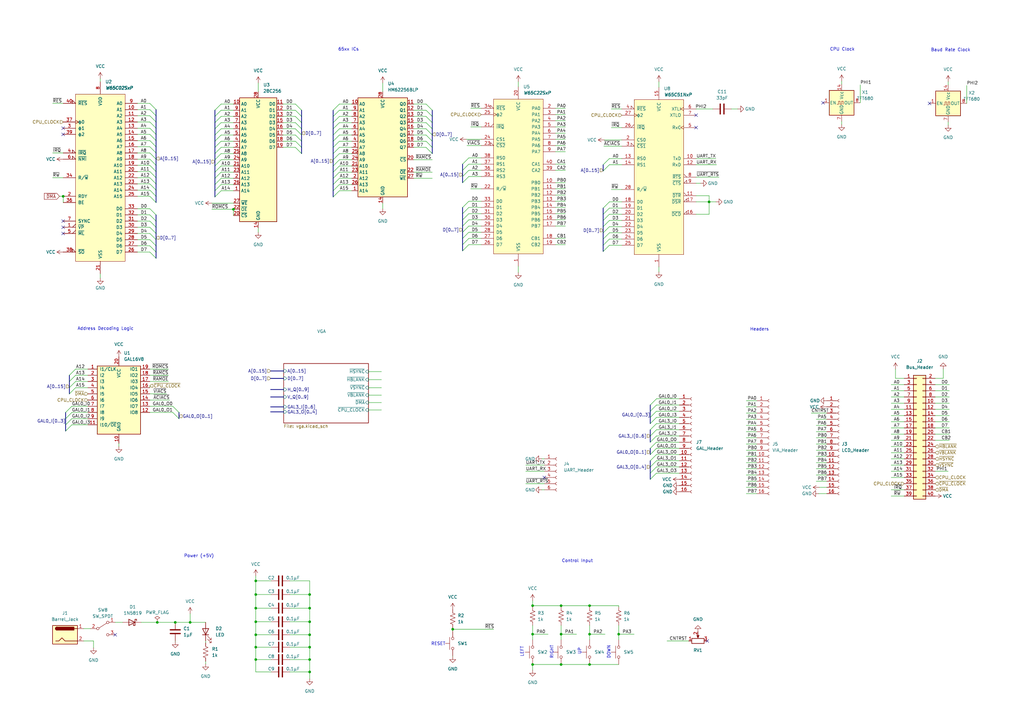
<source format=kicad_sch>
(kicad_sch (version 20211123) (generator eeschema)
  (paper "A3")
  (title_block (title "6502 Prototype") (date "9/3/2022") (rev "1.1") (company "Korey Bliss") (comment 1 "https://github.com/kblissExternal/6502"))
  (junction (at 230.124 272.542))
  (junction (at 241.808 272.542))
  (junction (at 241.808 248.412))
  (junction (at 104.902 255.016))
  (junction (at 185.674 258.064))
  (junction (at 104.902 260.35))
  (junction (at 218.44 272.542))
  (junction (at 127 265.43))
  (junction (at 127 260.35))
  (junction (at 127 255.016))
  (junction (at 127 249.428))
  (junction (at 104.902 238.252))
  (junction (at 104.902 265.43))
  (junction (at 77.978 255.27))
  (junction (at 230.124 260.096))
  (junction (at 241.808 260.096))
  (junction (at 230.124 248.412))
  (junction (at 104.902 243.84))
  (junction (at 218.44 248.412))
  (junction (at 127 243.84))
  (junction (at 71.882 255.27))
  (junction (at 127 275.59))
  (junction (at 95.758 85.852))
  (junction (at 64.516 255.27))
  (junction (at 253.746 260.096))
  (junction (at 290.83 82.804))
  (junction (at 127 270.51))
  (junction (at 104.902 270.51))
  (junction (at 25.908 80.518))
  (junction (at 104.902 249.428))
  (junction (at 218.44 260.096))
  (no_connect (at 285.496 47.244))
  (no_connect (at 223.266 195.834))
  (no_connect (at 47.244 260.35))
  (no_connect (at 381.254 42.418))
  (no_connect (at 25.908 52.578))
  (no_connect (at 25.908 55.118))
  (no_connect (at 285.496 52.324))
  (no_connect (at 290.068 262.89))
  (no_connect (at 25.908 93.218))
  (no_connect (at 25.908 90.678))
  (no_connect (at 25.908 95.758))
  (no_connect (at 337.566 42.164))
  (bus_entry (at 269.24 191.516) (size -2.54 2.54))
  (bus_entry (at 61.468 52.578) (size 2.54 2.54))
  (bus_entry (at 90.678 73.152) (size -2.54 2.54))
  (bus_entry (at 139.192 47.752) (size -2.54 2.54))
  (bus_entry (at 174.752 45.212) (size 2.54 2.54))
  (bus_entry (at 90.678 55.372) (size -2.54 2.54))
  (bus_entry (at 61.468 70.358) (size 2.54 2.54))
  (bus_entry (at 61.468 88.138) (size 2.54 2.54))
  (bus_entry (at 90.678 68.072) (size -2.54 2.54))
  (bus_entry (at 121.158 60.452) (size 2.54 2.54))
  (bus_entry (at 29.464 169.164) (size -2.54 2.54))
  (bus_entry (at 249.936 85.344) (size -2.54 2.54))
  (bus_entry (at 139.192 70.612) (size -2.54 2.54))
  (bus_entry (at 192.278 67.31) (size -2.54 2.54))
  (bus_entry (at 121.158 45.212) (size 2.54 2.54))
  (bus_entry (at 269.24 188.976) (size -2.54 2.54))
  (bus_entry (at 139.192 60.452) (size -2.54 2.54))
  (bus_entry (at 139.192 78.232) (size -2.54 2.54))
  (bus_entry (at 61.468 80.518) (size 2.54 2.54))
  (bus_entry (at 174.752 57.912) (size 2.54 2.54))
  (bus_entry (at 70.866 166.624) (size 2.54 2.54))
  (bus_entry (at 90.678 65.532) (size -2.54 2.54))
  (bus_entry (at 61.468 44.958) (size 2.54 2.54))
  (bus_entry (at 139.192 55.372) (size -2.54 2.54))
  (bus_entry (at 249.936 98.044) (size -2.54 2.54))
  (bus_entry (at 30.988 153.924) (size -2.54 2.54))
  (bus_entry (at 174.752 50.292) (size 2.54 2.54))
  (bus_entry (at 61.468 75.438) (size 2.54 2.54))
  (bus_entry (at 90.678 47.752) (size -2.54 2.54))
  (bus_entry (at 174.752 47.752) (size 2.54 2.54))
  (bus_entry (at 192.278 100.33) (size -2.54 2.54))
  (bus_entry (at 61.468 95.758) (size 2.54 2.54))
  (bus_entry (at 90.678 42.672) (size -2.54 2.54))
  (bus_entry (at 249.936 82.804) (size -2.54 2.54))
  (bus_entry (at 61.468 93.218) (size 2.54 2.54))
  (bus_entry (at 61.468 67.818) (size 2.54 2.54))
  (bus_entry (at 29.464 166.624) (size -2.54 2.54))
  (bus_entry (at 192.278 92.71) (size -2.54 2.54))
  (bus_entry (at 139.192 45.212) (size -2.54 2.54))
  (bus_entry (at 192.278 69.85) (size -2.54 2.54))
  (bus_entry (at 192.278 64.77) (size -2.54 2.54))
  (bus_entry (at 139.192 52.832) (size -2.54 2.54))
  (bus_entry (at 61.468 42.418) (size 2.54 2.54))
  (bus_entry (at 139.192 65.532) (size -2.54 2.54))
  (bus_entry (at 90.678 62.992) (size -2.54 2.54))
  (bus_entry (at 269.24 168.656) (size -2.54 2.54))
  (bus_entry (at 61.468 62.738) (size 2.54 2.54))
  (bus_entry (at 29.464 174.244) (size -2.54 2.54))
  (bus_entry (at 139.192 75.692) (size -2.54 2.54))
  (bus_entry (at 269.24 171.196) (size -2.54 2.54))
  (bus_entry (at 90.678 75.692) (size -2.54 2.54))
  (bus_entry (at 70.866 169.164) (size 2.54 2.54))
  (bus_entry (at 139.192 62.992) (size -2.54 2.54))
  (bus_entry (at 192.278 95.25) (size -2.54 2.54))
  (bus_entry (at 90.678 45.212) (size -2.54 2.54))
  (bus_entry (at 61.468 100.838) (size 2.54 2.54))
  (bus_entry (at 139.192 73.152) (size -2.54 2.54))
  (bus_entry (at 61.468 57.658) (size 2.54 2.54))
  (bus_entry (at 269.24 181.356) (size -2.54 2.54))
  (bus_entry (at 139.192 57.912) (size -2.54 2.54))
  (bus_entry (at 30.988 156.464) (size -2.54 2.54))
  (bus_entry (at 269.24 166.116) (size -2.54 2.54))
  (bus_entry (at 249.936 92.964) (size -2.54 2.54))
  (bus_entry (at 61.468 50.038) (size 2.54 2.54))
  (bus_entry (at 249.936 90.424) (size -2.54 2.54))
  (bus_entry (at 121.158 55.372) (size 2.54 2.54))
  (bus_entry (at 61.468 85.598) (size 2.54 2.54))
  (bus_entry (at 192.278 72.39) (size -2.54 2.54))
  (bus_entry (at 30.988 159.004) (size -2.54 2.54))
  (bus_entry (at 249.936 67.564) (size -2.54 2.54))
  (bus_entry (at 90.678 52.832) (size -2.54 2.54))
  (bus_entry (at 121.158 47.752) (size 2.54 2.54))
  (bus_entry (at 174.752 60.452) (size 2.54 2.54))
  (bus_entry (at 121.158 57.912) (size 2.54 2.54))
  (bus_entry (at 249.936 100.584) (size -2.54 2.54))
  (bus_entry (at 61.468 90.678) (size 2.54 2.54))
  (bus_entry (at 192.278 90.17) (size -2.54 2.54))
  (bus_entry (at 121.158 42.672) (size 2.54 2.54))
  (bus_entry (at 139.192 50.292) (size -2.54 2.54))
  (bus_entry (at 61.468 60.198) (size 2.54 2.54))
  (bus_entry (at 139.192 42.672) (size -2.54 2.54))
  (bus_entry (at 174.752 52.832) (size 2.54 2.54))
  (bus_entry (at 61.468 65.278) (size 2.54 2.54))
  (bus_entry (at 269.24 163.576) (size -2.54 2.54))
  (bus_entry (at 139.192 68.072) (size -2.54 2.54))
  (bus_entry (at 61.468 98.298) (size 2.54 2.54))
  (bus_entry (at 269.24 173.736) (size -2.54 2.54))
  (bus_entry (at 121.158 52.832) (size 2.54 2.54))
  (bus_entry (at 174.752 55.372) (size 2.54 2.54))
  (bus_entry (at 174.752 42.672) (size 2.54 2.54))
  (bus_entry (at 90.678 57.912) (size -2.54 2.54))
  (bus_entry (at 269.24 183.896) (size -2.54 2.54))
  (bus_entry (at 90.678 70.612) (size -2.54 2.54))
  (bus_entry (at 192.278 85.09) (size -2.54 2.54))
  (bus_entry (at 249.936 87.884) (size -2.54 2.54))
  (bus_entry (at 61.468 55.118) (size 2.54 2.54))
  (bus_entry (at 29.464 171.704) (size -2.54 2.54))
  (bus_entry (at 121.158 50.292) (size 2.54 2.54))
  (bus_entry (at 90.678 50.292) (size -2.54 2.54))
  (bus_entry (at 249.936 95.504) (size -2.54 2.54))
  (bus_entry (at 269.24 194.056) (size -2.54 2.54))
  (bus_entry (at 61.468 77.978) (size 2.54 2.54))
  (bus_entry (at 90.678 60.452) (size -2.54 2.54))
  (bus_entry (at 192.278 82.55) (size -2.54 2.54))
  (bus_entry (at 192.278 97.79) (size -2.54 2.54))
  (bus_entry (at 61.468 103.378) (size 2.54 2.54))
  (bus_entry (at 61.468 47.498) (size 2.54 2.54))
  (bus_entry (at 269.24 178.816) (size -2.54 2.54))
  (bus_entry (at 249.936 65.024) (size -2.54 2.54))
  (bus_entry (at 269.24 186.436) (size -2.54 2.54))
  (bus_entry (at 90.678 78.232) (size -2.54 2.54))
  (bus_entry (at 61.468 72.898) (size 2.54 2.54))
  (bus_entry (at 192.278 87.63) (size -2.54 2.54))
  (bus_entry (at 30.988 151.384) (size -2.54 2.54))
  (bus_entry (at 269.24 176.276) (size -2.54 2.54))
  (wire (pts (xy 365.506 200.914) (xy 370.84 200.914)))
  (wire (pts (xy 56.388 62.738) (xy 61.468 62.738)))
  (wire (pts (xy 111.252 265.43) (xy 104.902 265.43)))
  (wire (pts (xy 95.758 65.532) (xy 90.678 65.532)))
  (wire (pts (xy 306.07 171.958) (xy 310.388 171.958)))
  (wire (pts (xy 71.882 262.89) (xy 71.882 263.144)))
  (wire (pts (xy 396.494 35.052) (xy 396.494 42.418)))
  (wire (pts (xy 169.672 57.912) (xy 174.752 57.912)))
  (bus (pts (xy 136.652 47.752) (xy 136.652 50.292)))
  (wire (pts (xy 365.506 178.054) (xy 370.84 178.054)))
  (bus (pts (xy 189.738 92.71) (xy 189.738 95.25)))
  (wire (pts (xy 169.672 52.832) (xy 174.752 52.832)))
  (bus (pts (xy 247.396 92.964) (xy 247.396 95.504)))
  (wire (pts (xy 306.07 174.498) (xy 310.388 174.498)))
  (bus (pts (xy 88.138 55.372) (xy 88.138 57.912)))
  (wire (pts (xy 215.646 190.754) (xy 223.266 190.754)))
  (wire (pts (xy 104.902 260.35) (xy 104.902 265.43)))
  (wire (pts (xy 278.638 186.436) (xy 269.24 186.436)))
  (bus (pts (xy 110.998 152.146) (xy 116.332 152.146)))
  (bus (pts (xy 189.738 95.25) (xy 189.738 97.79)))
  (wire (pts (xy 104.902 236.22) (xy 104.902 238.252)))
  (wire (pts (xy 255.016 82.804) (xy 249.936 82.804)))
  (wire (pts (xy 56.388 75.438) (xy 61.468 75.438)))
  (wire (pts (xy 77.978 255.27) (xy 84.328 255.27)))
  (wire (pts (xy 197.358 72.39) (xy 192.278 72.39)))
  (wire (pts (xy 285.496 75.184) (xy 287.274 75.184)))
  (bus (pts (xy 189.738 87.63) (xy 189.738 90.17)))
  (bus (pts (xy 88.138 45.212) (xy 88.138 47.752)))
  (wire (pts (xy 144.272 45.212) (xy 139.192 45.212)))
  (wire (pts (xy 56.388 95.758) (xy 61.468 95.758)))
  (wire (pts (xy 56.388 103.378) (xy 61.468 103.378)))
  (wire (pts (xy 111.252 260.35) (xy 104.902 260.35)))
  (wire (pts (xy 127 249.428) (xy 127 255.016)))
  (bus (pts (xy 247.396 100.584) (xy 247.396 103.124)))
  (wire (pts (xy 306.07 184.658) (xy 310.388 184.658)))
  (wire (pts (xy 365.506 160.274) (xy 370.84 160.274)))
  (wire (pts (xy 86.868 85.852) (xy 95.758 85.852)))
  (wire (pts (xy 95.758 78.232) (xy 90.678 78.232)))
  (wire (pts (xy 104.902 243.84) (xy 111.252 243.84)))
  (wire (pts (xy 144.272 47.752) (xy 139.192 47.752)))
  (bus (pts (xy 64.008 90.678) (xy 64.008 93.218)))
  (wire (pts (xy 169.672 70.612) (xy 177.292 70.612)))
  (bus (pts (xy 64.008 60.198) (xy 64.008 62.738)))
  (wire (pts (xy 95.758 73.152) (xy 90.678 73.152)))
  (wire (pts (xy 306.07 177.038) (xy 310.388 177.038)))
  (bus (pts (xy 189.738 69.85) (xy 189.738 72.39)))
  (wire (pts (xy 56.388 85.598) (xy 61.468 85.598)))
  (wire (pts (xy 104.902 249.428) (xy 111.252 249.428)))
  (bus (pts (xy 266.7 171.196) (xy 266.7 173.736)))
  (wire (pts (xy 37.084 257.81) (xy 34.29 257.81)))
  (wire (pts (xy 365.506 167.894) (xy 370.84 167.894)))
  (wire (pts (xy 144.272 55.372) (xy 139.192 55.372)))
  (wire (pts (xy 144.272 62.992) (xy 139.192 62.992)))
  (wire (pts (xy 61.468 156.464) (xy 69.088 156.464)))
  (wire (pts (xy 77.978 251.714) (xy 77.978 255.27)))
  (wire (pts (xy 56.388 77.978) (xy 61.468 77.978)))
  (wire (pts (xy 290.83 82.804) (xy 293.624 82.804)))
  (wire (pts (xy 197.358 97.79) (xy 192.278 97.79)))
  (bus (pts (xy 136.652 50.292) (xy 136.652 52.832)))
  (wire (pts (xy 365.506 172.974) (xy 370.84 172.974)))
  (wire (pts (xy 278.638 194.056) (xy 269.24 194.056)))
  (wire (pts (xy 104.902 270.51) (xy 104.902 275.59)))
  (wire (pts (xy 222.25 200.914) (xy 223.266 200.914)))
  (wire (pts (xy 118.872 238.252) (xy 127 238.252)))
  (wire (pts (xy 253.746 260.096) (xy 260.096 260.096)))
  (wire (pts (xy 255.016 98.044) (xy 249.936 98.044)))
  (wire (pts (xy 255.016 67.564) (xy 249.936 67.564)))
  (bus (pts (xy 64.008 65.278) (xy 64.008 67.818)))
  (wire (pts (xy 56.388 44.958) (xy 61.468 44.958)))
  (wire (pts (xy 290.83 87.884) (xy 285.496 87.884)))
  (wire (pts (xy 278.638 176.276) (xy 269.24 176.276)))
  (bus (pts (xy 189.738 72.39) (xy 189.738 74.93)))
  (wire (pts (xy 56.388 90.678) (xy 61.468 90.678)))
  (bus (pts (xy 136.652 57.912) (xy 136.652 60.452)))
  (wire (pts (xy 255.016 87.884) (xy 249.936 87.884)))
  (wire (pts (xy 21.59 62.738) (xy 25.908 62.738)))
  (wire (pts (xy 144.272 57.912) (xy 139.192 57.912)))
  (wire (pts (xy 169.672 42.672) (xy 174.752 42.672)))
  (wire (pts (xy 64.516 255.27) (xy 71.882 255.27)))
  (bus (pts (xy 177.292 60.452) (xy 177.292 62.992)))
  (wire (pts (xy 273.558 262.89) (xy 282.448 262.89)))
  (wire (pts (xy 383.54 170.434) (xy 389.382 170.434)))
  (wire (pts (xy 104.902 243.84) (xy 104.902 249.428)))
  (wire (pts (xy 61.468 151.384) (xy 69.088 151.384)))
  (wire (pts (xy 227.838 100.33) (xy 231.902 100.33)))
  (wire (pts (xy 197.358 67.31) (xy 192.278 67.31)))
  (wire (pts (xy 227.838 59.69) (xy 231.902 59.69)))
  (wire (pts (xy 118.872 255.016) (xy 127 255.016)))
  (wire (pts (xy 255.016 85.344) (xy 249.936 85.344)))
  (bus (pts (xy 110.998 162.814) (xy 116.332 162.814)))
  (wire (pts (xy 306.07 164.338) (xy 310.388 164.338)))
  (bus (pts (xy 88.138 70.612) (xy 88.138 73.152)))
  (bus (pts (xy 266.7 191.516) (xy 266.7 194.056)))
  (wire (pts (xy 365.506 162.814) (xy 370.84 162.814)))
  (wire (pts (xy 278.638 163.576) (xy 269.24 163.576)))
  (wire (pts (xy 185.674 258.064) (xy 185.674 258.826)))
  (wire (pts (xy 334.772 174.498) (xy 339.09 174.498)))
  (wire (pts (xy 169.672 50.292) (xy 174.752 50.292)))
  (wire (pts (xy 227.838 62.23) (xy 231.902 62.23)))
  (wire (pts (xy 36.068 159.004) (xy 30.988 159.004)))
  (wire (pts (xy 151.13 159.004) (xy 156.464 159.004)))
  (wire (pts (xy 185.674 268.986) (xy 185.674 269.24)))
  (bus (pts (xy 73.406 169.164) (xy 73.406 171.704)))
  (wire (pts (xy 197.358 87.63) (xy 192.278 87.63)))
  (bus (pts (xy 266.7 168.656) (xy 266.7 171.196)))
  (wire (pts (xy 29.464 174.244) (xy 36.068 174.244)))
  (bus (pts (xy 28.448 156.464) (xy 28.448 159.004)))
  (wire (pts (xy 278.638 183.896) (xy 269.24 183.896)))
  (wire (pts (xy 218.44 248.412) (xy 218.44 248.92)))
  (wire (pts (xy 334.772 182.118) (xy 339.09 182.118)))
  (bus (pts (xy 123.698 57.912) (xy 123.698 60.452)))
  (bus (pts (xy 110.998 168.91) (xy 116.332 168.91)))
  (wire (pts (xy 285.496 80.264) (xy 290.83 80.264)))
  (wire (pts (xy 118.872 249.428) (xy 127 249.428)))
  (bus (pts (xy 247.396 87.884) (xy 247.396 90.424)))
  (wire (pts (xy 230.124 248.412) (xy 230.124 248.92)))
  (bus (pts (xy 88.138 57.912) (xy 88.138 60.452)))
  (wire (pts (xy 36.068 153.924) (xy 30.988 153.924)))
  (wire (pts (xy 294.894 72.644) (xy 285.496 72.644)))
  (bus (pts (xy 28.448 159.004) (xy 28.448 161.544)))
  (wire (pts (xy 144.272 60.452) (xy 139.192 60.452)))
  (wire (pts (xy 247.65 59.944) (xy 255.016 59.944)))
  (wire (pts (xy 104.902 265.43) (xy 104.902 270.51)))
  (wire (pts (xy 116.078 42.672) (xy 121.158 42.672)))
  (wire (pts (xy 197.358 69.85) (xy 192.278 69.85)))
  (bus (pts (xy 247.396 67.564) (xy 247.396 70.104)))
  (wire (pts (xy 365.506 203.454) (xy 370.84 203.454)))
  (wire (pts (xy 334.772 187.198) (xy 339.09 187.198)))
  (wire (pts (xy 253.746 262.382) (xy 253.746 260.096)))
  (bus (pts (xy 64.008 80.518) (xy 64.008 83.058)))
  (wire (pts (xy 227.838 97.79) (xy 231.902 97.79)))
  (wire (pts (xy 105.918 93.472) (xy 105.918 95.25)))
  (bus (pts (xy 177.292 45.212) (xy 177.292 47.752)))
  (wire (pts (xy 332.74 169.418) (xy 339.09 169.418)))
  (wire (pts (xy 230.124 262.382) (xy 230.124 260.096)))
  (wire (pts (xy 71.882 255.27) (xy 77.978 255.27)))
  (wire (pts (xy 95.758 75.692) (xy 90.678 75.692)))
  (wire (pts (xy 21.59 72.898) (xy 25.908 72.898)))
  (wire (pts (xy 278.638 166.116) (xy 269.24 166.116)))
  (bus (pts (xy 64.008 55.118) (xy 64.008 57.658)))
  (wire (pts (xy 61.468 161.544) (xy 68.326 161.544)))
  (wire (pts (xy 365.506 193.294) (xy 370.84 193.294)))
  (bus (pts (xy 266.7 176.276) (xy 266.7 178.816)))
  (bus (pts (xy 88.138 62.992) (xy 88.138 65.532)))
  (wire (pts (xy 365.506 157.734) (xy 370.84 157.734)))
  (wire (pts (xy 151.13 162.052) (xy 156.464 162.052)))
  (bus (pts (xy 177.292 47.752) (xy 177.292 50.292)))
  (wire (pts (xy 278.638 188.976) (xy 269.24 188.976)))
  (wire (pts (xy 197.358 95.25) (xy 192.278 95.25)))
  (wire (pts (xy 388.874 193.294) (xy 383.54 193.294)))
  (wire (pts (xy 227.838 44.45) (xy 231.902 44.45)))
  (wire (pts (xy 144.272 68.072) (xy 139.192 68.072)))
  (wire (pts (xy 388.874 50.038) (xy 388.874 51.308)))
  (wire (pts (xy 365.506 175.514) (xy 370.84 175.514)))
  (wire (pts (xy 36.068 156.464) (xy 30.988 156.464)))
  (wire (pts (xy 227.838 92.71) (xy 231.902 92.71)))
  (bus (pts (xy 123.698 55.372) (xy 123.698 57.912)))
  (wire (pts (xy 253.746 260.096) (xy 253.746 256.54)))
  (bus (pts (xy 247.396 98.044) (xy 247.396 100.584)))
  (wire (pts (xy 218.44 260.096) (xy 218.44 256.54)))
  (wire (pts (xy 25.908 80.518) (xy 25.908 83.058)))
  (wire (pts (xy 227.838 77.47) (xy 231.902 77.47)))
  (wire (pts (xy 169.672 47.752) (xy 174.752 47.752)))
  (bus (pts (xy 28.448 153.924) (xy 28.448 156.464)))
  (wire (pts (xy 144.272 42.672) (xy 139.192 42.672)))
  (bus (pts (xy 189.738 100.33) (xy 189.738 102.87)))
  (bus (pts (xy 136.652 70.612) (xy 136.652 73.152)))
  (bus (pts (xy 26.924 171.704) (xy 26.924 174.244)))
  (wire (pts (xy 367.284 155.194) (xy 367.284 151.384)))
  (wire (pts (xy 306.07 182.118) (xy 310.388 182.118)))
  (wire (pts (xy 383.54 175.514) (xy 389.382 175.514)))
  (wire (pts (xy 227.838 80.01) (xy 231.902 80.01)))
  (wire (pts (xy 334.772 192.278) (xy 339.09 192.278)))
  (bus (pts (xy 136.652 65.532) (xy 136.652 68.072)))
  (bus (pts (xy 88.138 73.152) (xy 88.138 75.692)))
  (bus (pts (xy 64.008 72.898) (xy 64.008 75.438)))
  (bus (pts (xy 189.738 67.31) (xy 189.738 69.85)))
  (wire (pts (xy 104.902 238.252) (xy 111.252 238.252)))
  (wire (pts (xy 255.016 90.424) (xy 249.936 90.424)))
  (wire (pts (xy 227.838 54.61) (xy 231.902 54.61)))
  (wire (pts (xy 191.516 59.69) (xy 197.358 59.69)))
  (bus (pts (xy 123.698 45.212) (xy 123.698 47.752)))
  (wire (pts (xy 116.078 45.212) (xy 121.158 45.212)))
  (wire (pts (xy 95.758 50.292) (xy 90.678 50.292)))
  (wire (pts (xy 41.148 112.268) (xy 41.148 114.046)))
  (wire (pts (xy 290.83 80.264) (xy 290.83 82.804)))
  (wire (pts (xy 56.388 80.518) (xy 61.468 80.518)))
  (wire (pts (xy 334.772 171.958) (xy 339.09 171.958)))
  (wire (pts (xy 270.256 109.474) (xy 270.256 111.506)))
  (wire (pts (xy 290.83 82.804) (xy 290.83 87.884)))
  (wire (pts (xy 56.388 52.578) (xy 61.468 52.578)))
  (wire (pts (xy 56.388 57.658) (xy 61.468 57.658)))
  (wire (pts (xy 56.388 42.418) (xy 61.468 42.418)))
  (wire (pts (xy 29.464 166.624) (xy 36.068 166.624)))
  (wire (pts (xy 197.358 64.77) (xy 192.278 64.77)))
  (wire (pts (xy 127 270.51) (xy 127 275.59)))
  (bus (pts (xy 123.698 52.832) (xy 123.698 55.372)))
  (wire (pts (xy 21.59 42.418) (xy 25.908 42.418)))
  (wire (pts (xy 118.872 260.35) (xy 127 260.35)))
  (wire (pts (xy 127 265.43) (xy 127 270.51)))
  (wire (pts (xy 227.838 46.99) (xy 231.902 46.99)))
  (wire (pts (xy 218.44 272.542) (xy 218.44 274.828)))
  (wire (pts (xy 383.54 155.194) (xy 386.842 155.194)))
  (bus (pts (xy 64.008 44.958) (xy 64.008 47.498)))
  (wire (pts (xy 345.186 49.784) (xy 345.186 51.054)))
  (wire (pts (xy 95.758 45.212) (xy 90.678 45.212)))
  (wire (pts (xy 151.13 155.702) (xy 156.464 155.702)))
  (wire (pts (xy 144.272 65.532) (xy 139.192 65.532)))
  (bus (pts (xy 64.008 103.378) (xy 64.008 105.918)))
  (wire (pts (xy 250.698 77.724) (xy 255.016 77.724)))
  (wire (pts (xy 116.078 50.292) (xy 121.158 50.292)))
  (wire (pts (xy 56.388 72.898) (xy 61.468 72.898)))
  (wire (pts (xy 193.04 77.47) (xy 197.358 77.47)))
  (wire (pts (xy 111.252 275.59) (xy 104.902 275.59)))
  (wire (pts (xy 61.468 164.084) (xy 69.596 164.084)))
  (bus (pts (xy 123.698 50.292) (xy 123.698 52.832)))
  (wire (pts (xy 127 275.59) (xy 127 278.384)))
  (bus (pts (xy 136.652 52.832) (xy 136.652 55.372)))
  (wire (pts (xy 56.388 98.298) (xy 61.468 98.298)))
  (wire (pts (xy 227.838 67.31) (xy 231.902 67.31)))
  (bus (pts (xy 64.008 88.138) (xy 64.008 90.678)))
  (wire (pts (xy 306.07 199.898) (xy 310.388 199.898)))
  (wire (pts (xy 61.468 153.924) (xy 69.088 153.924)))
  (bus (pts (xy 189.738 90.17) (xy 189.738 92.71)))
  (wire (pts (xy 383.54 157.734) (xy 389.382 157.734)))
  (wire (pts (xy 227.838 90.17) (xy 231.902 90.17)))
  (wire (pts (xy 95.758 62.992) (xy 90.678 62.992)))
  (wire (pts (xy 193.04 44.45) (xy 197.358 44.45)))
  (wire (pts (xy 218.44 248.412) (xy 230.124 248.412)))
  (wire (pts (xy 104.902 255.016) (xy 104.902 260.35)))
  (wire (pts (xy 370.84 155.194) (xy 367.284 155.194)))
  (wire (pts (xy 227.838 57.15) (xy 231.902 57.15)))
  (wire (pts (xy 334.772 194.818) (xy 339.09 194.818)))
  (wire (pts (xy 41.148 32.258) (xy 41.148 33.528)))
  (wire (pts (xy 61.468 166.624) (xy 70.866 166.624)))
  (wire (pts (xy 104.902 255.016) (xy 104.902 249.428)))
  (wire (pts (xy 116.078 47.752) (xy 121.158 47.752)))
  (bus (pts (xy 136.652 75.692) (xy 136.652 78.232)))
  (wire (pts (xy 118.872 275.59) (xy 127 275.59)))
  (wire (pts (xy 383.54 165.354) (xy 389.382 165.354)))
  (wire (pts (xy 306.07 166.878) (xy 310.388 166.878)))
  (wire (pts (xy 230.124 260.096) (xy 230.124 256.54)))
  (wire (pts (xy 144.272 75.692) (xy 139.192 75.692)))
  (wire (pts (xy 241.808 262.382) (xy 241.808 260.096)))
  (bus (pts (xy 64.008 52.578) (xy 64.008 55.118)))
  (wire (pts (xy 270.256 33.528) (xy 270.256 35.814)))
  (wire (pts (xy 285.496 65.024) (xy 293.624 65.024)))
  (bus (pts (xy 177.292 57.912) (xy 177.292 60.452)))
  (wire (pts (xy 241.808 248.412) (xy 241.808 248.92)))
  (bus (pts (xy 123.698 47.752) (xy 123.698 50.292)))
  (wire (pts (xy 306.07 194.818) (xy 310.388 194.818)))
  (wire (pts (xy 95.758 70.612) (xy 90.678 70.612)))
  (wire (pts (xy 230.124 272.542) (xy 241.808 272.542)))
  (wire (pts (xy 285.496 44.704) (xy 292.354 44.704)))
  (wire (pts (xy 169.672 60.452) (xy 174.752 60.452)))
  (wire (pts (xy 144.272 70.612) (xy 139.192 70.612)))
  (wire (pts (xy 306.07 192.278) (xy 310.388 192.278)))
  (wire (pts (xy 227.838 49.53) (xy 231.902 49.53)))
  (wire (pts (xy 56.388 65.278) (xy 61.468 65.278)))
  (bus (pts (xy 110.998 159.766) (xy 116.332 159.766)))
  (wire (pts (xy 334.772 179.578) (xy 339.09 179.578)))
  (wire (pts (xy 144.272 52.832) (xy 139.192 52.832)))
  (wire (pts (xy 56.388 55.118) (xy 61.468 55.118)))
  (bus (pts (xy 110.998 155.194) (xy 116.332 155.194)))
  (wire (pts (xy 334.772 184.658) (xy 339.09 184.658)))
  (wire (pts (xy 56.388 50.038) (xy 61.468 50.038)))
  (wire (pts (xy 56.388 47.498) (xy 61.468 47.498)))
  (wire (pts (xy 29.464 169.164) (xy 36.068 169.164)))
  (bus (pts (xy 266.7 194.056) (xy 266.7 196.596)))
  (bus (pts (xy 88.138 52.832) (xy 88.138 55.372)))
  (wire (pts (xy 151.13 168.148) (xy 156.464 168.148)))
  (bus (pts (xy 64.008 75.438) (xy 64.008 77.978)))
  (wire (pts (xy 278.638 181.356) (xy 269.24 181.356)))
  (bus (pts (xy 88.138 50.292) (xy 88.138 52.832)))
  (wire (pts (xy 278.638 171.196) (xy 269.24 171.196)))
  (wire (pts (xy 278.638 191.516) (xy 269.24 191.516)))
  (wire (pts (xy 169.672 45.212) (xy 174.752 45.212)))
  (wire (pts (xy 365.506 183.134) (xy 370.84 183.134)))
  (wire (pts (xy 118.872 243.84) (xy 127 243.84)))
  (wire (pts (xy 293.878 67.564) (xy 285.496 67.564)))
  (wire (pts (xy 215.646 193.294) (xy 223.266 193.294)))
  (bus (pts (xy 88.138 65.532) (xy 88.138 68.072)))
  (wire (pts (xy 56.388 88.138) (xy 61.468 88.138)))
  (wire (pts (xy 278.638 173.736) (xy 269.24 173.736)))
  (bus (pts (xy 88.138 78.232) (xy 88.138 80.772)))
  (bus (pts (xy 136.652 78.232) (xy 136.652 80.772)))
  (wire (pts (xy 336.042 199.898) (xy 339.09 199.898)))
  (wire (pts (xy 56.388 100.838) (xy 61.468 100.838)))
  (wire (pts (xy 144.272 50.292) (xy 139.192 50.292)))
  (wire (pts (xy 38.354 262.89) (xy 38.354 265.684)))
  (wire (pts (xy 365.506 185.674) (xy 370.84 185.674)))
  (wire (pts (xy 241.808 248.412) (xy 253.746 248.412)))
  (wire (pts (xy 56.388 60.198) (xy 61.468 60.198)))
  (wire (pts (xy 127 249.428) (xy 127 243.84)))
  (bus (pts (xy 123.698 60.452) (xy 123.698 62.992)))
  (wire (pts (xy 215.646 198.374) (xy 223.266 198.374)))
  (wire (pts (xy 227.838 85.09) (xy 231.902 85.09)))
  (bus (pts (xy 64.008 98.298) (xy 64.008 100.838)))
  (bus (pts (xy 64.008 93.218) (xy 64.008 95.758)))
  (wire (pts (xy 116.078 60.452) (xy 121.158 60.452)))
  (bus (pts (xy 136.652 55.372) (xy 136.652 57.912)))
  (wire (pts (xy 212.598 33.528) (xy 212.598 35.56)))
  (wire (pts (xy 334.772 197.358) (xy 339.09 197.358)))
  (bus (pts (xy 64.008 77.978) (xy 64.008 80.518)))
  (wire (pts (xy 61.468 158.242) (xy 61.468 159.004)))
  (bus (pts (xy 136.652 68.072) (xy 136.652 70.612)))
  (bus (pts (xy 88.138 47.752) (xy 88.138 50.292)))
  (wire (pts (xy 156.972 34.036) (xy 156.972 37.592)))
  (wire (pts (xy 365.506 170.434) (xy 370.84 170.434)))
  (wire (pts (xy 255.016 95.504) (xy 249.936 95.504)))
  (wire (pts (xy 95.758 85.852) (xy 95.758 88.392)))
  (bus (pts (xy 136.652 73.152) (xy 136.652 75.692)))
  (wire (pts (xy 255.016 65.024) (xy 249.936 65.024)))
  (bus (pts (xy 88.138 75.692) (xy 88.138 78.232)))
  (bus (pts (xy 136.652 60.452) (xy 136.652 62.992)))
  (wire (pts (xy 111.252 270.51) (xy 104.902 270.51)))
  (wire (pts (xy 241.808 272.542) (xy 253.746 272.542)))
  (wire (pts (xy 61.468 169.164) (xy 70.866 169.164)))
  (wire (pts (xy 84.328 271.272) (xy 84.328 272.288)))
  (wire (pts (xy 151.13 152.4) (xy 156.464 152.4)))
  (wire (pts (xy 335.788 202.438) (xy 339.09 202.438)))
  (wire (pts (xy 24.384 80.518) (xy 25.908 80.518)))
  (wire (pts (xy 104.902 255.016) (xy 111.252 255.016)))
  (wire (pts (xy 116.078 57.912) (xy 121.158 57.912)))
  (wire (pts (xy 144.272 78.232) (xy 139.192 78.232)))
  (bus (pts (xy 189.738 85.09) (xy 189.738 87.63)))
  (bus (pts (xy 247.396 85.344) (xy 247.396 87.884)))
  (wire (pts (xy 218.44 262.382) (xy 218.44 260.096)))
  (wire (pts (xy 383.54 160.274) (xy 389.382 160.274)))
  (wire (pts (xy 299.974 44.704) (xy 302.514 44.704)))
  (wire (pts (xy 241.808 260.096) (xy 241.808 256.54)))
  (bus (pts (xy 64.008 62.738) (xy 64.008 65.278)))
  (wire (pts (xy 218.44 246.38) (xy 218.44 248.412)))
  (wire (pts (xy 241.808 260.096) (xy 248.158 260.096)))
  (wire (pts (xy 127 255.016) (xy 127 260.35)))
  (wire (pts (xy 365.506 188.214) (xy 370.84 188.214)))
  (bus (pts (xy 177.292 50.292) (xy 177.292 52.832)))
  (wire (pts (xy 56.388 93.218) (xy 61.468 93.218)))
  (bus (pts (xy 26.924 169.164) (xy 26.924 171.704)))
  (wire (pts (xy 116.078 52.832) (xy 121.158 52.832)))
  (bus (pts (xy 88.138 60.452) (xy 88.138 62.992)))
  (wire (pts (xy 34.29 262.89) (xy 38.354 262.89)))
  (wire (pts (xy 365.506 180.594) (xy 370.84 180.594)))
  (wire (pts (xy 285.496 82.804) (xy 290.83 82.804)))
  (wire (pts (xy 56.388 67.818) (xy 61.468 67.818)))
  (bus (pts (xy 247.396 90.424) (xy 247.396 92.964)))
  (bus (pts (xy 266.7 166.116) (xy 266.7 168.656)))
  (wire (pts (xy 144.272 73.152) (xy 139.192 73.152)))
  (wire (pts (xy 191.262 57.15) (xy 197.358 57.15)))
  (wire (pts (xy 57.912 255.27) (xy 64.516 255.27)))
  (bus (pts (xy 177.292 52.832) (xy 177.292 55.372)))
  (wire (pts (xy 306.07 189.738) (xy 310.388 189.738)))
  (wire (pts (xy 386.842 155.194) (xy 386.842 151.384)))
  (wire (pts (xy 95.758 42.672) (xy 90.678 42.672)))
  (wire (pts (xy 48.768 181.864) (xy 48.768 183.134)))
  (wire (pts (xy 306.07 202.438) (xy 310.388 202.438)))
  (wire (pts (xy 50.292 255.27) (xy 47.244 255.27)))
  (wire (pts (xy 250.698 44.704) (xy 255.016 44.704)))
  (bus (pts (xy 266.7 183.896) (xy 266.7 186.436)))
  (wire (pts (xy 306.07 169.418) (xy 310.388 169.418)))
  (wire (pts (xy 383.54 180.594) (xy 389.382 180.594)))
  (wire (pts (xy 185.674 257.556) (xy 185.674 258.064)))
  (bus (pts (xy 177.292 55.372) (xy 177.292 57.912)))
  (wire (pts (xy 222.25 188.214) (xy 223.266 188.214)))
  (wire (pts (xy 127 260.35) (xy 127 265.43)))
  (wire (pts (xy 193.04 52.07) (xy 197.358 52.07)))
  (wire (pts (xy 383.54 178.054) (xy 389.382 178.054)))
  (wire (pts (xy 197.358 92.71) (xy 192.278 92.71)))
  (bus (pts (xy 26.924 174.244) (xy 26.924 176.784)))
  (wire (pts (xy 84.328 262.89) (xy 84.328 263.652)))
  (wire (pts (xy 278.638 168.656) (xy 269.24 168.656)))
  (wire (pts (xy 227.838 52.07) (xy 231.902 52.07)))
  (wire (pts (xy 212.598 109.22) (xy 212.598 111.76)))
  (wire (pts (xy 227.838 74.93) (xy 231.902 74.93)))
  (wire (pts (xy 365.506 165.354) (xy 370.84 165.354)))
  (wire (pts (xy 218.44 272.542) (xy 230.124 272.542)))
  (wire (pts (xy 95.758 57.912) (xy 90.678 57.912)))
  (wire (pts (xy 365.506 195.834) (xy 370.84 195.834)))
  (wire (pts (xy 95.758 52.832) (xy 90.678 52.832)))
  (wire (pts (xy 247.904 57.404) (xy 255.016 57.404)))
  (wire (pts (xy 388.874 33.528) (xy 388.874 34.798)))
  (wire (pts (xy 253.746 248.412) (xy 253.746 248.92)))
  (wire (pts (xy 95.758 47.752) (xy 90.678 47.752)))
  (wire (pts (xy 230.124 260.096) (xy 236.474 260.096)))
  (bus (pts (xy 64.008 50.038) (xy 64.008 52.578)))
  (wire (pts (xy 334.772 189.738) (xy 339.09 189.738)))
  (bus (pts (xy 64.008 47.498) (xy 64.008 50.038)))
  (wire (pts (xy 116.078 55.372) (xy 121.158 55.372)))
  (wire (pts (xy 306.07 187.198) (xy 310.388 187.198)))
  (wire (pts (xy 365.506 190.754) (xy 370.84 190.754)))
  (bus (pts (xy 110.998 166.878) (xy 116.332 166.878)))
  (wire (pts (xy 29.464 171.704) (xy 36.068 171.704)))
  (wire (pts (xy 36.068 151.384) (xy 30.988 151.384)))
  (wire (pts (xy 383.54 167.894) (xy 389.382 167.894)))
  (wire (pts (xy 306.07 179.578) (xy 310.388 179.578)))
  (wire (pts (xy 218.44 260.096) (xy 224.79 260.096)))
  (wire (pts (xy 197.358 90.17) (xy 192.278 90.17)))
  (bus (pts (xy 64.008 67.818) (xy 64.008 70.358)))
  (wire (pts (xy 383.54 172.974) (xy 389.382 172.974)))
  (wire (pts (xy 56.388 70.358) (xy 61.468 70.358)))
  (wire (pts (xy 86.868 83.312) (xy 95.758 83.312)))
  (bus (pts (xy 64.008 100.838) (xy 64.008 103.378)))
  (bus (pts (xy 64.008 95.758) (xy 64.008 98.298)))
  (wire (pts (xy 118.872 265.43) (xy 127 265.43)))
  (wire (pts (xy 95.758 55.372) (xy 90.678 55.372)))
  (wire (pts (xy 255.016 92.964) (xy 249.936 92.964)))
  (wire (pts (xy 250.698 52.324) (xy 255.016 52.324)))
  (bus (pts (xy 64.008 70.358) (xy 64.008 72.898)))
  (wire (pts (xy 197.358 100.33) (xy 192.278 100.33)))
  (bus (pts (xy 266.7 188.976) (xy 266.7 191.516)))
  (wire (pts (xy 227.838 69.85) (xy 231.902 69.85)))
  (wire (pts (xy 169.672 55.372) (xy 174.752 55.372)))
  (bus (pts (xy 64.008 57.658) (xy 64.008 60.198)))
  (wire (pts (xy 95.758 68.072) (xy 90.678 68.072)))
  (wire (pts (xy 169.672 73.152) (xy 177.292 73.152)))
  (wire (pts (xy 227.838 87.63) (xy 231.902 87.63)))
  (wire (pts (xy 334.772 177.038) (xy 339.09 177.038)))
  (wire (pts (xy 104.902 243.84) (xy 104.902 238.252)))
  (wire (pts (xy 185.674 258.064) (xy 202.438 258.064)))
  (wire (pts (xy 156.972 83.312) (xy 156.972 85.598)))
  (bus (pts (xy 266.7 178.816) (xy 266.7 181.356)))
  (wire (pts (xy 118.872 270.51) (xy 127 270.51)))
  (wire (pts (xy 151.13 165.1) (xy 156.464 165.1)))
  (wire (pts (xy 127 238.252) (xy 127 243.84)))
  (wire (pts (xy 230.124 248.412) (xy 241.808 248.412)))
  (wire (pts (xy 95.758 60.452) (xy 90.678 60.452)))
  (wire (pts (xy 306.07 197.358) (xy 310.388 197.358)))
  (wire (pts (xy 169.672 65.532) (xy 177.292 65.532)))
  (wire (pts (xy 197.358 82.55) (xy 192.278 82.55)))
  (bus (pts (xy 247.396 95.504) (xy 247.396 98.044)))
  (wire (pts (xy 197.358 85.09) (xy 192.278 85.09)))
  (wire (pts (xy 345.186 33.274) (xy 345.186 34.544)))
  (bus (pts (xy 189.738 97.79) (xy 189.738 100.33)))
  (bus (pts (xy 136.652 62.992) (xy 136.652 65.532)))
  (wire (pts (xy 255.016 100.584) (xy 249.936 100.584)))
  (wire (pts (xy 105.918 34.036) (xy 105.918 37.592)))
  (wire (pts (xy 383.54 162.814) (xy 389.382 162.814)))
  (bus (pts (xy 88.138 68.072) (xy 88.138 70.612)))
  (wire (pts (xy 227.838 82.55) (xy 231.902 82.55)))
  (bus (pts (xy 136.652 45.212) (xy 136.652 47.752)))
  (wire (pts (xy 352.806 34.798) (xy 352.806 42.164)))
  (wire (pts (xy 278.638 178.816) (xy 269.24 178.816)))
  (text "LEFT" (at 214.884 269.494 90) (effects (font (size 1.27 1.27)) (justify left bottom)))
  (text "Power (+5V)" (at 75.438 228.854 0) (effects (font (size 1.27 1.27)) (justify left bottom)))
  (text "Control Input" (at 230.378 230.886 0) (effects (font (size 1.27 1.27)) (justify left bottom)))
  (text "Headers" (at 307.594 135.89 0) (effects (font (size 1.27 1.27)) (justify left bottom)))
  (text "RIGHT" (at 227.076 270.256 90) (effects (font (size 1.27 1.27)) (justify left bottom)))
  (text "65xx ICs" (at 138.684 21.082 0) (effects (font (size 1.27 1.27)) (justify left bottom)))
  (text "UP" (at 238.506 268.478 90) (effects (font (size 1.27 1.27)) (justify left bottom)))
  (text "CPU Clock" (at 340.36 21.082 0) (effects (font (size 1.27 1.27)) (justify left bottom)))
  (text "Baud Rate Clock" (at 381.762 21.336 0) (effects (font (size 1.27 1.27)) (justify left bottom)))
  (text "Address Decoding Logic" (at 31.75 135.636 0) (effects (font (size 1.27 1.27)) (justify left bottom)))
  (text "DOWN" (at 250.444 270.256 90) (effects (font (size 1.27 1.27)) (justify left bottom)))
  (text "RESET" (at 176.784 264.922 0) (effects (font (size 1.27 1.27)) (justify left bottom)))
  (label "A14" (at 34.798 156.464 180))
  (label "A9" (at 57.658 65.278 0))
  (label "~{RW}" (at 366.522 203.454 0))
  (label "A1" (at 366.522 160.274 0))
  (label "CB2" (at 386.08 180.594 0))
  (label "A2" (at 196.088 69.85 180))
  (label "PA7" (at 306.578 182.118 0))
  (label "PA3" (at 306.578 171.958 0))
  (label "PB4" (at 306.578 194.818 0))
  (label "PB0" (at 335.28 179.578 0))
  (label "A3" (at 143.002 50.292 180))
  (label "GAL0_O0" (at 70.866 166.624 180))
  (label "CA1" (at 228.346 67.31 0))
  (label "A14" (at 366.522 193.294 0))
  (label "CB1" (at 228.346 97.79 0))
  (label "PA4" (at 306.578 174.498 0))
  (label "A12" (at 94.488 73.152 180))
  (label "A0" (at 94.488 42.672 180))
  (label "GAL3_I1" (at 277.622 176.276 180))
  (label "A11" (at 366.522 185.674 0))
  (label "PA7" (at 335.28 177.038 0))
  (label "A7" (at 143.002 60.452 180))
  (label "A14" (at 57.658 77.978 0))
  (label "A15" (at 57.658 80.518 0))
  (label "~{RAMCS}" (at 170.434 65.532 0))
  (label "A0" (at 366.522 157.734 0))
  (label "~{ROMCS}" (at 86.868 85.852 0))
  (label "D0" (at 386.08 157.734 0))
  (label "D0" (at 253.746 82.804 180))
  (label "UART_RX" (at 293.878 67.564 180))
  (label "PA2" (at 306.578 169.418 0))
  (label "D7" (at 253.746 100.584 180))
  (label "A8" (at 143.002 62.992 180))
  (label "PA2" (at 243.332 260.096 0))
  (label "PB7" (at 228.346 92.71 0))
  (label "A9" (at 94.488 65.532 180))
  (label "D2" (at 170.942 47.752 0))
  (label "UART_TX" (at 215.646 190.754 0))
  (label "~{RES}" (at 21.59 42.418 0))
  (label "~{IRQ}" (at 193.04 52.07 0))
  (label "A8" (at 94.488 62.992 180))
  (label "~{RES}" (at 198.882 258.064 0))
  (label "A13" (at 34.798 153.924 180))
  (label "~{IRQ}" (at 250.698 52.324 0))
  (label "GAL3_O1" (at 277.622 188.976 180))
  (label "~{RAMOE}" (at 170.434 70.612 0))
  (label "A1" (at 196.088 67.31 180))
  (label "PA6" (at 228.346 59.69 0))
  (label "D4" (at 253.746 92.964 180))
  (label "GAL0_I2" (at 29.464 171.704 0))
  (label "D6" (at 253.746 98.044 180))
  (label "A13" (at 94.488 75.692 180))
  (label "PA1" (at 231.648 260.096 0))
  (label "A6" (at 143.002 57.912 180))
  (label "PA2" (at 228.346 49.53 0))
  (label "CB1" (at 386.08 178.054 0))
  (label "PB5" (at 335.28 192.278 0))
  (label "A11" (at 94.488 70.612 180))
  (label "D6" (at 117.348 57.912 0))
  (label "A14" (at 94.488 78.232 180))
  (label "GAL3_I2" (at 277.622 178.816 180))
  (label "A1" (at 57.658 44.958 0))
  (label "PHI2" (at 289.814 44.704 180))
  (label "A5" (at 57.658 55.118 0))
  (label "D0" (at 57.658 85.598 0))
  (label "A12" (at 366.522 188.214 0))
  (label "A5" (at 143.002 55.372 180))
  (label "PB7" (at 306.578 202.438 0))
  (label "~{RAMOE}" (at 69.088 156.464 180))
  (label "D1" (at 386.08 160.274 0))
  (label "A12" (at 34.798 151.384 180))
  (label "~{RW}" (at 170.434 73.152 0))
  (label "A10" (at 94.488 68.072 180))
  (label "GAL0_I2" (at 277.622 168.656 180))
  (label "A2" (at 366.522 162.814 0))
  (label "D7" (at 386.08 175.514 0))
  (label "GAL0_I0" (at 29.464 166.624 0))
  (label "GAL0_I3" (at 277.622 171.196 180))
  (label "~{RES}" (at 250.698 44.704 0))
  (label "PHI2" (at 396.494 35.052 0))
  (label "PA1" (at 228.346 46.99 0))
  (label "A7" (at 366.522 175.514 0))
  (label "A8" (at 366.522 178.054 0))
  (label "D5" (at 170.942 55.372 0))
  (label "PA3" (at 228.346 52.07 0))
  (label "PB3" (at 228.346 82.55 0))
  (label "PA7" (at 228.346 62.23 0))
  (label "CA2" (at 228.346 69.85 0))
  (label "D2" (at 253.746 87.884 180))
  (label "PB3" (at 335.28 187.198 0))
  (label "GAL0_O1" (at 70.866 169.164 180))
  (label "A3" (at 94.488 50.292 180))
  (label "D4" (at 117.348 52.832 0))
  (label "A2" (at 143.002 47.752 180))
  (label "A12" (at 57.658 72.898 0))
  (label "GAL3_O2" (at 277.622 191.516 180))
  (label "A0" (at 143.002 42.672 180))
  (label "A15" (at 34.798 159.004 180))
  (label "PB2" (at 306.578 189.738 0))
  (label "~{UART_RTS}" (at 215.646 198.374 0))
  (label "A9" (at 366.522 180.594 0))
  (label "A3" (at 57.658 50.038 0))
  (label "A0" (at 57.658 42.418 0))
  (label "PB6" (at 306.578 199.898 0))
  (label "A13" (at 366.522 190.754 0))
  (label "~{IRQ}" (at 21.59 62.738 0))
  (label "A15" (at 366.522 195.834 0))
  (label "D2" (at 386.08 162.814 0))
  (label "D0" (at 196.088 82.55 180))
  (label "~{RW}" (at 193.04 77.47 0))
  (label "~{VIACS}" (at 68.326 161.544 180))
  (label "PA6" (at 335.28 174.498 0))
  (label "A4" (at 57.658 52.578 0))
  (label "A3" (at 196.088 72.39 180))
  (label "PB4" (at 228.346 85.09 0))
  (label "A0" (at 196.088 64.77 180))
  (label "~{RW}" (at 21.59 72.898 0))
  (label "PB2" (at 335.28 184.658 0))
  (label "A9" (at 143.002 65.532 180))
  (label "A6" (at 57.658 57.658 0))
  (label "A7" (at 94.488 60.452 180))
  (label "GAL0_I[0..3]" (at 266.7 171.196 180))
  (label "PA3" (at 255.27 260.096 0))
  (label "A6" (at 366.522 172.974 0))
  (label "PHI1" (at 388.62 193.294 180))
  (label "GAL0_I1" (at 277.622 166.116 180))
  (label "D2" (at 57.658 90.678 0))
  (label "D6" (at 170.942 57.912 0))
  (label "D7" (at 57.658 103.378 0))
  (label "D3" (at 170.942 50.292 0))
  (label "PB1" (at 228.346 77.47 0))
  (label "A2" (at 94.488 47.752 180))
  (label "~{ACIACS}" (at 247.65 59.944 0))
  (label "A10" (at 57.658 67.818 0))
  (label "UART_RX" (at 215.646 193.294 0))
  (label "PB1" (at 306.578 187.198 0))
  (label "A11" (at 143.002 70.612 180))
  (label "PA5" (at 306.578 177.038 0))
  (label "D4" (at 196.088 92.71 180))
  (label "PB5" (at 306.578 197.358 0))
  (label "~{UART_RTS}" (at 294.894 72.644 180))
  (label "~{RAMCS}" (at 69.088 153.924 180))
  (label "PA0" (at 219.964 260.096 0))
  (label "D1" (at 196.088 85.09 180))
  (label "A10" (at 366.522 183.134 0))
  (label "A4" (at 366.522 167.894 0))
  (label "CB2" (at 228.346 100.33 0))
  (label "PB6" (at 335.28 194.818 0))
  (label "GAL0_O1" (at 277.622 183.896 180))
  (label "D3" (at 196.088 90.17 180))
  (label "D6" (at 57.658 100.838 0))
  (label "D3" (at 386.08 165.354 0))
  (label "A1" (at 253.746 67.564 180))
  (label "A11" (at 57.658 70.358 0))
  (label "D4" (at 57.658 95.758 0))
  (label "A6" (at 94.488 57.912 180))
  (label "PB0" (at 228.346 74.93 0))
  (label "GAL0_I3" (at 29.464 174.244 0))
  (label "PB7" (at 335.28 197.358 0))
  (label "D1" (at 170.942 45.212 0))
  (label "D2" (at 117.348 47.752 0))
  (label "A12" (at 143.002 73.152 180))
  (label "PA4" (at 228.346 54.61 0))
  (label "A4" (at 94.488 52.832 180))
  (label "GAL3_O0" (at 277.622 186.436 180))
  (label "D7" (at 196.088 100.33 180))
  (label "A1" (at 143.002 45.212 180))
  (label "GAL0_I[0..3]" (at 26.924 173.736 180))
  (label "A2" (at 57.658 47.498 0))
  (label "~{IRQ}" (at 366.522 200.914 0))
  (label "A1" (at 94.488 45.212 180))
  (label "D1" (at 57.658 88.138 0))
  (label "D3" (at 253.746 90.424 180))
  (label "D5" (at 253.746 95.504 180))
  (label "D6" (at 386.08 172.974 0))
  (label "PA5" (at 335.28 171.958 0))
  (label "PB6" (at 228.346 90.17 0))
  (label "A10" (at 143.002 68.072 180))
  (label "PA6" (at 306.578 179.578 0))
  (label "D1" (at 253.746 85.344 180))
  (label "D5" (at 196.088 95.25 180))
  (label "PB2" (at 228.346 80.01 0))
  (label "D5" (at 386.08 170.434 0))
  (label "D3" (at 57.658 93.218 0))
  (label "PA0" (at 228.346 44.45 0))
  (label "A5" (at 94.488 55.372 180))
  (label "PA5" (at 228.346 57.15 0))
  (label "D0" (at 117.348 42.672 0))
  (label "D5" (at 117.348 55.372 0))
  (label "D1" (at 117.348 45.212 0))
  (label "A0" (at 253.746 65.024 180))
  (label "A7" (at 57.658 60.198 0))
  (label "A13" (at 143.002 75.692 180))
  (label "PHI1" (at 352.806 34.798 0))
  (label "~{ROMCS}" (at 69.088 151.384 180))
  (label "GAL0_O0" (at 277.622 181.356 180))
  (label "D4" (at 170.942 52.832 0))
  (label "GAL3_I0" (at 277.622 173.736 180))
  (label "PA0" (at 306.578 164.338 0))
  (label "A8" (at 57.658 62.738 0))
  (label "D5" (at 57.658 98.298 0))
  (label "PB4" (at 335.28 189.738 0))
  (label "~{RES}" (at 193.04 44.45 0))
  (label "PB3" (at 306.578 192.278 0))
  (label "D4" (at 386.08 167.894 0))
  (label "D7" (at 170.942 60.452 0))
  (label "~{ACIACS}" (at 69.596 164.084 180))
  (label "PB0" (at 306.578 184.658 0))
  (label "A15" (at 143.002 78.232 180))
  (label "~{VIACS}" (at 191.516 59.69 0))
  (label "GAL0_I0" (at 277.622 163.576 180))
  (label "D0" (at 170.942 42.672 0))
  (label "D6" (at 196.088 97.79 180))
  (label "PA1" (at 306.578 166.878 0))
  (label "GAL3_O3" (at 277.622 194.056 180))
  (label "A4" (at 143.002 52.832 180))
  (label "A3" (at 366.522 165.354 0))
  (label "D7" (at 117.348 60.452 0))
  (label "D2" (at 196.088 87.63 180))
  (label "UART_TX" (at 293.624 65.024 180))
  (label "PB5" (at 228.346 87.63 0))
  (label "GAL0_I1" (at 29.464 169.164 0))
  (label "~{RW}" (at 250.698 77.724 0))
  (label "A13" (at 57.658 75.438 0))
  (label "A5" (at 366.522 170.434 0))
  (label "CNTRST" (at 332.74 169.418 0))
  (label "CNTRST" (at 274.574 262.89 0))
  (label "PB1" (at 335.28 182.118 0))
  (label "D3" (at 117.348 50.292 0))
  (global_label "~{DMA}" (shape input) (at 24.384 80.518 180) (property "Intersheet References" "${INTERSHEET_REFS}" (effects hide)))
  (hierarchical_label "A[0..15]" (shape input) (at 189.738 71.628 180))
  (hierarchical_label "CPU_CLOCK" (shape input) (at 197.358 46.99 180))
  (hierarchical_label "~{CPU_CLOCK}" (shape input) (at 61.468 158.242 0))
  (hierarchical_label "GAL3_O[0..4]" (shape input) (at 266.7 191.516 180))
  (hierarchical_label "GAL0_O[0..1]" (shape input) (at 266.7 185.42 180))
  (hierarchical_label "CPU_CLOCK" (shape input) (at 25.908 50.038 180))
  (hierarchical_label "A[0..15]" (shape input) (at 110.998 152.146 180))
  (hierarchical_label "A[0..15]" (shape input) (at 247.396 69.85 180))
  (hierarchical_label "D[0..7]" (shape input) (at 189.738 94.234 180))
  (hierarchical_label "~{VBLANK}" (shape input) (at 383.54 185.674 0))
  (hierarchical_label "~{HSYNC}" (shape input) (at 383.54 188.214 0))
  (hierarchical_label "~{DMA}" (shape input) (at 383.54 200.914 0))
  (hierarchical_label "~{DMA}" (shape input) (at 36.068 161.544 180))
  (hierarchical_label "~{CPU_CLOCK}" (shape input) (at 383.54 198.374 0))
  (hierarchical_label "A[0..15]" (shape input) (at 28.448 158.496 180))
  (hierarchical_label "CPU_CLOCK" (shape input) (at 255.016 47.244 180))
  (hierarchical_label "GAL3_I[0..6]" (shape input) (at 266.7 178.816 180))
  (hierarchical_label "CPU_CLOCK" (shape input) (at 370.84 198.374 180))
  (hierarchical_label "~{VSYNC}" (shape input) (at 383.54 190.754 0))
  (hierarchical_label "CPU_CLOCK" (shape input) (at 383.54 195.834 0))
  (hierarchical_label "D[0..7]" (shape input) (at 247.396 94.488 180))
  (hierarchical_label "D[0..7]" (shape input) (at 110.998 155.194 180))
  (hierarchical_label "D[0..7]" (shape input) (at 64.008 97.536 0))
  (hierarchical_label "D[0..7]" (shape input) (at 123.698 54.61 0))
  (hierarchical_label "A[0..15]" (shape input) (at 88.138 66.294 180))
  (hierarchical_label "D[0..7]" (shape input) (at 177.292 55.118 0))
  (hierarchical_label "~{HBLANK}" (shape input) (at 383.54 183.134 0))
  (hierarchical_label "A[0..15]" (shape input) (at 136.652 66.04 180))
  (hierarchical_label "A[0..15]" (shape input) (at 64.008 65.024 0))
  (hierarchical_label "GAL0_O[0..1]" (shape input) (at 73.406 170.688 0))
  (hierarchical_label "CPU_CLOCK" (shape input) (at 36.068 164.084 180))
  (symbol (lib_id "power:VCC") (at 185.674 249.936 0) (unit 1)
    (property "Reference" "#PWR022" (effects hide))
    (property "Value" "VCC" (at 185.674 244.856 0))
  )
  (symbol (lib_id "Device:R_US") (at 241.808 252.73 0) (unit 1)
    (property "Reference" "R5" (at 243.84 251.4599 0) (effects (justify left)))
    (property "Value" "1k" (at 243.84 253.9999 0) (effects (justify left)))
    (property "Footprint" "Resistor_THT:R_Axial_DIN0207_L6.3mm_D2.5mm_P10.16mm_Horizontal" (effects hide))
    (property "Datasheet" "https://www.mouser.com/datasheet/2/447/YAGEO_CFR_datasheet_2021v0-3002993.pdf" (effects hide))
  )
  (symbol (lib_id "Device:R_Potentiometer") (at 286.258 262.89 90) (unit 1)
    (property "Reference" "RV1" (at 286.258 266.7 90))
    (property "Value" "R_Potentiometer" (effects hide))
    (property "Footprint" "Potentiometer_THT:Potentiometer_Bourns_3386C_Horizontal" (effects hide))
  )
  (symbol (lib_id "power:GND") (at 293.624 82.804 90) (unit 1)
    (property "Reference" "#PWR035" (effects hide))
    (property "Value" "GND" (at 298.704 82.804 90))
  )
  (symbol (lib_id "Device:R_US") (at 230.124 252.73 0) (unit 1)
    (property "Reference" "R4" (at 232.156 251.4599 0) (effects (justify left)))
    (property "Value" "1k" (at 232.156 253.9999 0) (effects (justify left)))
    (property "Footprint" "Resistor_THT:R_Axial_DIN0207_L6.3mm_D2.5mm_P10.16mm_Horizontal" (effects hide))
    (property "Datasheet" "https://www.mouser.com/datasheet/2/447/YAGEO_CFR_datasheet_2021v0-3002993.pdf" (effects hide))
  )
  (symbol (lib_id "power:GND") (at 302.514 44.704 90) (unit 1)
    (property "Reference" "#PWR036" (effects hide))
    (property "Value" "GND" (at 307.594 44.704 90))
  )
  (symbol (lib_id "Device:C") (at 71.882 259.08 0) (unit 1)
    (property "Reference" "C1" (at 75.184 257.8099 0) (effects (justify left)))
    (property "Value" "1µF" (at 75.184 260.3499 0) (effects (justify left)))
    (property "Footprint" "Capacitor_THT:C_Radial_D4.0mm_H5.0mm_P1.50mm" (effects hide))
    (property "Datasheet" "https://www.mouser.com/datasheet/2/212/KEM_A4004_ESK-1103206.pdf" (effects hide))
    (property "Purchase" "https://mou.sr/3RYvaGw" (effects hide))
  )
  (symbol (lib_id "power:VCC") (at 77.978 251.714 0) (unit 1)
    (property "Reference" "#PWR05" (effects hide))
    (property "Value" "VCC" (at 77.978 246.634 0))
  )
  (symbol (lib_id "power:VCC") (at 339.09 166.878 90) (unit 1)
    (property "Reference" "#PWR030" (effects hide))
    (property "Value" "VCC" (at 334.01 166.878 90))
  )
  (symbol (lib_id "Connector_Generic:Conn_02x20_Odd_Even") (at 375.92 178.054 0) (unit 1)
    (property "Reference" "J2" (at 377.19 148.082 0))
    (property "Value" "Bus_Header" (at 377.19 150.622 0))
    (property "Footprint" "Connector_PinHeader_2.54mm:PinHeader_2x20_P2.54mm_Vertical" (effects hide))
  )
  (symbol (lib_id "power:VCC") (at 367.284 151.384 0) (unit 1)
    (property "Reference" "#PWR0101" (effects hide))
    (property "Value" "VCC" (at 367.284 146.304 0))
  )
  (symbol (lib_id "Switch:SW_Push") (at 230.124 267.462 90) (unit 1)
    (property "Reference" "SW3" (at 232.156 267.4619 90) (effects (justify right)))
    (property "Value" "SW_Push" (effects hide))
    (property "Footprint" "Button_Switch_THT:SW_TH_Tactile_Omron_B3F-10xx" (effects hide))
    (property "Datasheet" "https://www.mouser.com/datasheet/2/670/ts02-2586188.pdf" (effects hide))
    (property "Purchase" "https://mou.sr/3eIzPy2" (effects hide))
  )
  (symbol (lib_id "power:GND") (at 105.918 95.25 0) (unit 1)
    (property "Reference" "#PWR012" (effects hide))
    (property "Value" "GND" (at 105.918 100.33 0))
  )
  (symbol (lib_id "power:VCC") (at 270.256 33.528 0) (unit 1)
    (property "Reference" "#PWR032" (effects hide))
    (property "Value" "VCC" (at 270.256 28.448 0))
  )
  (symbol (lib_id "power:GND") (at 335.788 202.438 270) (unit 1)
    (property "Reference" "#PWR029" (effects hide))
    (property "Value" "GND" (at 330.962 202.438 90))
  )
  (symbol (lib_id "Oscillator:TFT680") (at 388.874 42.418 0) (unit 1)
    (property "Reference" "X2" (at 398.526 38.0873 0))
    (property "Value" "TFT680" (at 398.526 40.6273 0))
    (property "Footprint" "Oscillator:Oscillator_DIP-14" (effects hide))
    (property "Datasheet" "https://www.mouser.com/datasheet/2/96/CTS_11052019_008_0258_0_I_MXO45_MXO45HS-1665263.pdf" (effects hide))
    (property "Purchase" "https://mou.sr/3RDGI29" (effects hide))
  )
  (symbol (lib_id "power:GND") (at 287.274 75.184 90) (unit 1)
    (property "Reference" "#PWR034" (effects hide))
    (property "Value" "GND" (at 292.354 75.184 90))
  )
  (symbol (lib_id "Connector:Conn_01x16_Female") (at 315.468 182.118 0) (unit 1)
    (property "Reference" "J5" (at 316.738 182.1179 0) (effects (justify left)))
    (property "Value" "VIA_Header" (at 316.738 184.6579 0) (effects (justify left)))
    (property "Footprint" "Connector_PinSocket_2.54mm:PinSocket_1x16_P2.54mm_Vertical" (effects hide))
  )
  (symbol (lib_id "power:GND") (at 84.328 272.288 0) (unit 1)
    (property "Reference" "#PWR06" (effects hide))
    (property "Value" "GND" (at 84.328 277.368 0))
  )
  (symbol (lib_id "power:GND") (at 71.882 263.144 0) (unit 1)
    (property "Reference" "#PWR04" (effects hide))
    (property "Value" "GND" (at 71.882 268.224 0))
  )
  (symbol (lib_id "Diode:1N5819") (at 54.102 255.27 0) (mirror y) (unit 1)
    (property "Reference" "D1" (at 54.4195 248.92 0))
    (property "Value" "1N5819" (at 54.4195 251.46 0))
    (property "Footprint" "Diode_THT:D_DO-41_SOD81_P10.16mm_Horizontal" (effects hide))
    (property "Datasheet" "http://www.vishay.com/docs/88525/1n5817.pdf" (effects hide))
    (property "Purchase" "https://mou.sr/3BAfBiO" (effects hide))
  )
  (symbol (lib_id "power:GND") (at 222.25 200.914 270) (unit 1)
    (property "Reference" "#PWR048" (effects hide))
    (property "Value" "GND" (at 217.424 200.914 90))
  )
  (symbol (lib_id "Connector:Conn_01x06_Female") (at 228.346 193.294 0) (unit 1)
    (property "Reference" "J4" (at 231.14 190.246 0) (effects (justify left)))
    (property "Value" "UART_Header" (at 231.14 192.786 0) (effects (justify left)))
    (property "Footprint" "Connector_PinSocket_2.54mm:PinSocket_1x06_P2.54mm_Vertical" (effects hide))
  )
  (symbol (lib_id "Switch:SW_Push") (at 185.674 263.906 90) (unit 1)
    (property "Reference" "SW1" (at 187.706 263.9059 90) (effects (justify right)))
    (property "Value" "SW_Push" (effects hide))
    (property "Footprint" "Button_Switch_THT:SW_TH_Tactile_Omron_B3F-10xx" (effects hide))
    (property "Datasheet" "https://www.mouser.com/datasheet/2/670/ts02-2586188.pdf" (effects hide))
    (property "Purchase" "https://mou.sr/3eIzPy2" (effects hide))
  )
  (symbol (lib_id "power:VCC") (at 25.908 65.278 90) (unit 1)
    (property "Reference" "#PWR0105" (effects hide))
    (property "Value" "VCC" (at 20.828 65.278 90))
  )
  (symbol (lib_id "Device:R_US") (at 218.44 252.73 0) (unit 1)
    (property "Reference" "R3" (at 220.472 251.4599 0) (effects (justify left)))
    (property "Value" "1k" (at 220.472 253.9999 0) (effects (justify left)))
    (property "Footprint" "Resistor_THT:R_Axial_DIN0207_L6.3mm_D2.5mm_P10.16mm_Horizontal" (effects hide))
    (property "Datasheet" "https://www.mouser.com/datasheet/2/447/YAGEO_CFR_datasheet_2021v0-3002993.pdf" (effects hide))
    (property "Purchase" "https://mou.sr/3xhN8M1" (effects hide))
  )
  (symbol (lib_id "power:GND") (at 38.354 265.684 0) (unit 1)
    (property "Reference" "#PWR01" (effects hide))
    (property "Value" "GND" (at 38.354 270.764 0))
  )
  (symbol (lib_id "power:VCC") (at 41.148 32.258 0) (unit 1)
    (property "Reference" "#PWR09" (effects hide))
    (property "Value" "VCC" (at 41.148 27.178 0))
  )
  (symbol (lib_id "Device:LED") (at 84.328 259.08 90) (unit 1)
    (property "Reference" "D2" (at 88.392 257.81 90) (effects (justify right)))
    (property "Value" "LED" (at 88.392 260.35 90) (effects (justify right)))
    (property "Footprint" "LED_THT:LED_D5.0mm" (effects hide))
  )
  (symbol (lib_id "power:GND") (at 286.258 259.08 180) (unit 1)
    (property "Reference" "#PWR027" (effects hide))
    (property "Value" "GND" (at 286.258 254 0))
  )
  (symbol (lib_id "power:VCC") (at 104.902 236.22 0) (unit 1)
    (property "Reference" "#PWR015" (effects hide))
    (property "Value" "VCC" (at 104.902 231.394 0))
  )
  (symbol (lib_id "power:GND") (at 345.186 51.054 0) (unit 1)
    (property "Reference" "#PWR08" (effects hide))
    (property "Value" "GND" (at 345.186 56.134 0))
  )
  (symbol (lib_id "Device:R_US") (at 84.328 267.462 0) (unit 1)
    (property "Reference" "R1" (at 86.868 266.1919 0) (effects (justify left)))
    (property "Value" "1k" (at 86.868 268.7319 0) (effects (justify left)))
    (property "Footprint" "Resistor_THT:R_Axial_DIN0207_L6.3mm_D2.5mm_P10.16mm_Horizontal" (effects hide))
    (property "Datasheet" "https://www.mouser.com/datasheet/2/447/YAGEO_CFR_datasheet_2021v0-3002993.pdf" (effects hide))
    (property "Purchase" "https://mou.sr/3xhN8M1" (effects hide))
  )
  (symbol (lib_id "power:GND") (at 222.25 188.214 270) (unit 1)
    (property "Reference" "#PWR047" (effects hide))
    (property "Value" "GND" (at 217.424 188.214 90))
  )
  (symbol (lib_id "Memory_EEPROM:28C256") (at 105.918 65.532 0) (unit 1)
    (property "Reference" "U3" (at 107.9374 34.798 0) (effects (justify left)))
    (property "Value" "28C256" (at 107.9374 37.338 0) (effects (justify left)))
    (property "Footprint" "Package_DIP:DIP-28_W15.24mm_Socket" (effects hide))
    (property "Datasheet" "https://www.mouser.com/datasheet/2/268/doc0006-1108095.pdf" (effects hide))
    (property "Purchase" "https://mou.sr/3RUXglV" (effects hide))
  )
  (symbol (lib_id "power:GND") (at 156.972 85.598 0) (unit 1)
    (property "Reference" "#PWR014" (effects hide))
    (property "Value" "GND" (at 156.972 90.678 0))
  )
  (symbol (lib_id "Connector:Conn_01x16_Female") (at 344.17 182.118 0) (unit 1)
    (property "Reference" "J3" (at 345.186 182.1179 0) (effects (justify left)))
    (property "Value" "LCD_Header" (at 345.186 184.6579 0) (effects (justify left)))
    (property "Footprint" "Connector_PinSocket_2.54mm:PinSocket_1x16_P2.54mm_Vertical" (effects hide))
  )
  (symbol (lib_id "Switch:SW_Push") (at 218.44 267.462 90) (unit 1)
    (property "Reference" "SW2" (at 220.472 267.4619 90) (effects (justify right)))
    (property "Value" "SW_Push" (effects hide))
    (property "Footprint" "Button_Switch_THT:SW_TH_Tactile_Omron_B3F-10xx" (effects hide))
    (property "Datasheet" "https://www.mouser.com/datasheet/2/670/ts02-2586188.pdf" (effects hide))
    (property "Purchase" "https://mou.sr/3eIzPy2" (effects hide))
  )
  (symbol (lib_id "power:VCC") (at 278.638 196.596 90) (unit 1)
    (property "Reference" "#PWR069" (effects hide))
    (property "Value" "VCC" (at 273.558 196.596 90))
  )
  (symbol (lib_id "Device:C") (at 115.062 238.252 270) (unit 1)
    (property "Reference" "C2" (at 111.252 236.982 90))
    (property "Value" "0.1µF" (at 120.142 236.982 90))
    (property "Footprint" "Capacitor_THT:C_Disc_D5.0mm_W2.5mm_P2.50mm" (effects hide))
    (property "Datasheet" "https://www.mouser.com/datasheet/2/427/dseries-1762011.pdf" (effects hide))
    (property "Purchase" "https://mou.sr/3L92t7l" (effects hide))
  )
  (symbol (lib_id "power:GND") (at 127 278.384 0) (unit 1)
    (property "Reference" "#PWR016" (effects hide))
    (property "Value" "GND" (at 127 283.464 0))
  )
  (symbol (lib_id "Device:R_US") (at 185.674 253.746 0) (unit 1)
    (property "Reference" "R2" (at 187.706 252.4759 0) (effects (justify left)))
    (property "Value" "1k" (at 187.706 255.0159 0) (effects (justify left)))
    (property "Footprint" "Resistor_THT:R_Axial_DIN0207_L6.3mm_D2.5mm_P10.16mm_Horizontal" (effects hide))
    (property "Datasheet" "https://www.mouser.com/datasheet/2/447/YAGEO_CFR_datasheet_2021v0-3002993.pdf" (effects hide))
    (property "Purchase" "https://mou.sr/3xhN8M1" (effects hide))
  )
  (symbol (lib_id "Device:C") (at 115.062 260.35 270) (unit 1)
    (property "Reference" "C6" (at 111.252 259.08 90))
    (property "Value" "0.1µF" (at 120.142 259.08 90))
    (property "Footprint" "Capacitor_THT:C_Disc_D5.0mm_W2.5mm_P2.50mm" (effects hide))
    (property "Datasheet" "https://www.mouser.com/datasheet/2/427/dseries-1762011.pdf" (effects hide))
    (property "Purchase" "https://mou.sr/3L92t7l" (effects hide))
  )
  (symbol (lib_id "Connector:Barrel_Jack") (at 26.67 260.35 0) (unit 1)
    (property "Reference" "J1" (at 26.67 251.46 0))
    (property "Value" "Barrel_Jack" (at 26.67 254 0))
    (property "Footprint" "Connector_BarrelJack:BarrelJack_Horizontal" (effects hide))
    (property "Datasheet" "https://cdn-shop.adafruit.com/datasheets/21mmdcjackDatasheet.pdf" (effects hide))
    (property "Purchase" "https://mou.sr/3eDGF7P" (effects hide))
  )
  (symbol (lib_id "power:GND") (at 270.256 111.506 0) (unit 1)
    (property "Reference" "#PWR033" (effects hide))
    (property "Value" "GND" (at 270.256 116.586 0))
  )
  (symbol (lib_id "Device:C") (at 115.062 255.016 270) (unit 1)
    (property "Reference" "C5" (at 111.252 253.746 90))
    (property "Value" "0.1µF" (at 120.142 253.746 90))
    (property "Footprint" "Capacitor_THT:C_Disc_D5.0mm_W2.5mm_P2.50mm" (effects hide))
    (property "Datasheet" "https://www.mouser.com/datasheet/2/427/dseries-1762011.pdf" (effects hide))
    (property "Purchase" "https://mou.sr/3L92t7l" (effects hide))
  )
  (symbol (lib_id "power:GND") (at 278.638 201.676 270) (unit 1)
    (property "Reference" "#PWR071" (effects hide))
    (property "Value" "GND" (at 273.812 201.676 90))
  )
  (symbol (lib_id "power:GND") (at 218.44 274.828 0) (unit 1)
    (property "Reference" "#PWR026" (effects hide))
    (property "Value" "GND" (at 218.44 279.908 0))
  )
  (symbol (lib_id "Device:C") (at 296.164 44.704 90) (unit 1)
    (property "Reference" "C11" (at 296.164 37.592 90))
    (property "Value" "33pF" (at 296.164 40.132 90))
    (property "Footprint" "Capacitor_THT:C_Disc_D5.0mm_W2.5mm_P5.00mm" (effects hide))
  )
  (symbol (lib_id "power:GND") (at 388.874 51.308 0) (unit 1)
    (property "Reference" "#PWR038" (effects hide))
    (property "Value" "GND" (at 388.874 56.388 0))
  )
  (symbol (lib_id "Device:C") (at 115.062 265.43 270) (unit 1)
    (property "Reference" "C7" (at 111.252 264.16 90))
    (property "Value" "0.1µF" (at 120.142 264.16 90))
    (property "Footprint" "Capacitor_THT:C_Disc_D5.0mm_W2.5mm_P2.50mm" (effects hide))
    (property "Datasheet" "https://www.mouser.com/datasheet/2/427/dseries-1762011.pdf" (effects hide))
    (property "Purchase" "https://mou.sr/3L92t7l" (effects hide))
  )
  (symbol (lib_id "power:VCC") (at 156.972 34.036 0) (unit 1)
    (property "Reference" "#PWR013" (effects hide))
    (property "Value" "VCC" (at 156.972 28.956 0))
  )
  (symbol (lib_id "65xx:W65C02SxP") (at 41.148 72.898 0) (unit 1)
    (property "Reference" "U2" (at 43.1674 33.528 0) (effects (justify left)))
    (property "Value" "W65C02SxP" (at 43.1674 36.068 0) (effects (font bold italic) (justify left)))
    (property "Footprint" "Package_DIP:DIP-40_W15.24mm_Socket" (effects hide))
    (property "Datasheet" "http://www.westerndesigncenter.com/wdc/documentation/w65c02s.pdf" (effects hide))
    (property "Purchase" "https://mou.sr/3Dkbt7V" (effects hide))
  )
  (symbol (lib_id "power:GND") (at 212.598 111.76 0) (unit 1)
    (property "Reference" "#PWR0104" (effects hide))
    (property "Value" "GND" (at 212.598 116.84 0))
  )
  (symbol (lib_id "Device:C") (at 115.062 249.428 270) (unit 1)
    (property "Reference" "C4" (at 111.252 248.158 90))
    (property "Value" "0.1µF" (at 120.142 248.158 90))
    (property "Footprint" "Capacitor_THT:C_Disc_D5.0mm_W2.5mm_P2.50mm" (effects hide))
    (property "Datasheet" "https://www.mouser.com/datasheet/2/427/dseries-1762011.pdf" (effects hide))
    (property "Purchase" "https://mou.sr/3L92t7l" (effects hide))
  )
  (symbol (lib_id "Device:C") (at 115.062 243.84 270) (unit 1)
    (property "Reference" "C3" (at 111.252 242.57 90))
    (property "Value" "0.1µF" (at 120.142 242.57 90))
    (property "Footprint" "Capacitor_THT:C_Disc_D5.0mm_W2.5mm_P2.50mm" (effects hide))
    (property "Datasheet" "https://www.mouser.com/datasheet/2/427/dseries-1762011.pdf" (effects hide))
    (property "Purchase" "https://mou.sr/3L92t7l" (effects hide))
  )
  (symbol (lib_id "power:VCC") (at 25.908 103.378 90) (unit 1)
    (property "Reference" "#PWR0106" (effects hide))
    (property "Value" "VCC" (at 20.828 103.378 90))
  )
  (symbol (lib_id "Device:C") (at 115.062 270.51 270) (unit 1)
    (property "Reference" "C8" (at 111.252 269.24 90))
    (property "Value" "0.1µF" (at 120.142 269.24 90))
    (property "Footprint" "Capacitor_THT:C_Disc_D5.0mm_W2.5mm_P2.50mm" (effects hide))
    (property "Datasheet" "https://www.mouser.com/datasheet/2/427/dseries-1762011.pdf" (effects hide))
    (property "Purchase" "https://mou.sr/3L92t7l" (effects hide))
  )
  (symbol (lib_id "power:GND") (at 339.09 164.338 270) (unit 1)
    (property "Reference" "#PWR028" (effects hide))
    (property "Value" "GND" (at 334.264 164.338 90))
  )
  (symbol (lib_id "power:VCC") (at 86.868 83.312 90) (unit 1)
    (property "Reference" "#PWR019" (effects hide))
    (property "Value" "VCC" (at 81.788 83.312 90))
  )
  (symbol (lib_id "power:GND") (at 41.148 114.046 0) (unit 1)
    (property "Reference" "#PWR010" (effects hide))
    (property "Value" "GND" (at 41.148 118.11 0))
  )
  (symbol (lib_id "power:GND") (at 48.768 183.134 0) (unit 1)
    (property "Reference" "#PWR0108" (effects hide))
    (property "Value" "GND" (at 48.768 188.214 0))
  )
  (symbol (lib_id "Device:R_US") (at 253.746 252.73 0) (unit 1)
    (property "Reference" "R6" (at 255.778 251.4599 0) (effects (justify left)))
    (property "Value" "1k" (at 255.778 253.9999 0) (effects (justify left)))
    (property "Footprint" "Resistor_THT:R_Axial_DIN0207_L6.3mm_D2.5mm_P10.16mm_Horizontal" (effects hide))
    (property "Datasheet" "https://www.mouser.com/datasheet/2/447/YAGEO_CFR_datasheet_2021v0-3002993.pdf" (effects hide))
  )
  (symbol (lib_id "Switch:SW_Push") (at 241.808 267.462 90) (unit 1)
    (property "Reference" "SW4" (at 243.84 267.4619 90) (effects (justify right)))
    (property "Value" "SW_Push" (effects hide))
    (property "Footprint" "Button_Switch_THT:SW_TH_Tactile_Omron_B3F-10xx" (effects hide))
    (property "Datasheet" "https://www.mouser.com/datasheet/2/670/ts02-2586188.pdf" (effects hide))
    (property "Purchase" "https://mou.sr/3eIzPy2" (effects hide))
  )
  (symbol (lib_id "power:VCC") (at 191.262 57.15 90) (unit 1)
    (property "Reference" "#PWR02" (effects hide))
    (property "Value" "VCC" (at 186.182 57.15 90))
  )
  (symbol (lib_id "power:VCC") (at 247.904 57.404 90) (unit 1)
    (property "Reference" "#PWR03" (effects hide))
    (property "Value" "VCC" (at 242.824 57.404 90))
  )
  (symbol (lib_id "power:VCC") (at 345.186 33.274 0) (unit 1)
    (property "Reference" "#PWR07" (effects hide))
    (property "Value" "VCC" (at 345.186 28.194 0))
  )
  (symbol (lib_id "Oscillator:TFT680") (at 345.186 42.164 0) (unit 1)
    (property "Reference" "X1" (at 354.838 37.8333 0))
    (property "Value" "TFT680" (at 354.838 40.3733 0))
    (property "Footprint" "Oscillator:Oscillator_DIP-14" (effects hide))
    (property "Datasheet" "https://www.mouser.com/datasheet/2/96/CTS_11052019_008_0258_0_I_MXO45_MXO45HS-1665263.pdf" (effects hide))
    (property "Purchase" "https://mou.sr/3BddYWK" (effects hide))
  )
  (symbol (lib_id "power:GND") (at 185.674 269.24 0) (unit 1)
    (property "Reference" "#PWR023" (effects hide))
    (property "Value" "GND" (at 185.674 274.32 0))
  )
  (symbol (lib_id "power:VCC") (at 105.918 34.036 0) (unit 1)
    (property "Reference" "#PWR011" (effects hide))
    (property "Value" "VCC" (at 105.918 28.956 0))
  )
  (symbol (lib_id "power:VCC") (at 218.44 246.38 0) (unit 1)
    (property "Reference" "#PWR025" (effects hide))
    (property "Value" "VCC" (at 218.44 241.3 0))
  )
  (symbol (lib_id "power:VCC") (at 383.54 203.454 270) (mirror x) (unit 1)
    (property "Reference" "#PWR024" (effects hide))
    (property "Value" "VCC" (at 388.62 203.454 90))
  )
  (symbol (lib_id "Connector:Conn_01x16_Female") (at 283.718 181.356 0) (unit 1)
    (property "Reference" "J7" (at 285.496 181.3559 0) (effects (justify left)))
    (property "Value" "GAL_Header" (at 285.496 183.8959 0) (effects (justify left)))
    (property "Footprint" "Connector_PinSocket_2.54mm:PinSocket_1x16_P2.54mm_Vertical" (effects hide))
  )
  (symbol (lib_id "power:PWR_FLAG") (at 64.516 255.27 0) (unit 1)
    (property "Reference" "#FLG01" (effects hide))
    (property "Value" "PWR_FLAG" (at 64.516 251.206 0))
  )
  (symbol (lib_id "65xx:W65C22SxP") (at 212.598 72.39 0) (unit 1)
    (property "Reference" "U5" (at 214.6174 35.56 0) (effects (justify left)))
    (property "Value" "W65C22SxP" (at 214.6174 38.1 0) (effects (font bold italic) (justify left)))
    (property "Footprint" "Package_DIP:DIP-40_W15.24mm_Socket" (effects hide))
    (property "Datasheet" "http://www.westerndesigncenter.com/wdc/documentation/w65c22.pdf" (effects hide))
    (property "Purchase" "https://mou.sr/3RH02f0" (effects hide))
  )
  (symbol (lib_id "power:VCC") (at 212.598 33.528 0) (unit 1)
    (property "Reference" "#PWR0103" (effects hide))
    (property "Value" "VCC" (at 212.598 28.448 0))
  )
  (symbol (lib_id "Logic_Programmable:GAL16V8") (at 48.768 164.084 0) (unit 1)
    (property "Reference" "U1" (at 50.7874 144.78 0) (effects (justify left)))
    (property "Value" "GAL16V8" (at 50.7874 147.32 0) (effects (justify left)))
    (property "Footprint" "Package_DIP:DIP-20_W7.62mm_Socket" (effects hide))
    (property "Datasheet" "http://ww1.microchip.com/downloads/en/devicedoc/DOC0425.PDF" (effects hide))
    (property "Purchase" "https://mou.sr/3qwJien" (effects hide))
  )
  (symbol (lib_id "Switch:SW_SPDT") (at 42.164 257.81 0) (unit 1)
    (property "Reference" "SW8" (at 42.164 250.19 0))
    (property "Value" "SW_SPDT" (at 42.164 252.73 0))
    (property "Footprint" "Switch:SW_THT_DPDT" (effects hide))
    (property "Datasheet" "https://www.mouser.com/datasheet/2/813/P040040c-2526658.pdf" (effects hide))
    (property "Purchase" "https://mou.sr/3U40nK1" (effects hide))
  )
  (symbol (lib_id "power:GND") (at 386.842 151.384 180) (unit 1)
    (property "Reference" "#PWR0102" (effects hide))
    (property "Value" "GND" (at 386.842 146.304 0))
  )
  (symbol (lib_id "65xx:W65C51NxP") (at 270.256 72.644 0) (unit 1)
    (property "Reference" "U8" (at 272.2754 36.322 0) (effects (justify left)))
    (property "Value" "W65C51NxP" (at 272.2754 38.862 0) (effects (font bold italic) (justify left)))
    (property "Footprint" "Package_DIP:DIP-28_W15.24mm_Socket" (effects hide))
    (property "Datasheet" "http://www.westerndesigncenter.com/wdc/documentation/w65c51n.pdf" (effects hide))
    (property "Purchase" "https://mou.sr/3B4roEC" (effects hide))
  )
  (symbol (lib_id "Memory_RAM:HM62256BLP") (at 156.972 60.452 0) (unit 1)
    (property "Reference" "U4" (at 158.9914 34.29 0) (effects (justify left)))
    (property "Value" "HM62256BLP" (at 158.9914 36.83 0) (effects (justify left)))
    (property "Footprint" "Package_DIP:DIP-28_W15.24mm_Socket" (effects hide))
    (property "Datasheet" "https://web.mit.edu/6.115/www/document/62256.pdf" (effects hide))
    (property "Purchase" "https://mou.sr/3qzRFG5" (effects hide))
  )
  (symbol (lib_id "power:GND") (at 278.638 199.136 270) (unit 1)
    (property "Reference" "#PWR070" (effects hide))
    (property "Value" "GND" (at 273.812 199.136 90))
  )
  (symbol (lib_id "power:VCC") (at 388.874 33.528 0) (unit 1)
    (property "Reference" "#PWR037" (effects hide))
    (property "Value" "VCC" (at 388.874 28.448 0))
  )
  (symbol (lib_id "Device:C") (at 115.062 275.59 270) (unit 1)
    (property "Reference" "C9" (at 111.252 274.32 90))
    (property "Value" "0.1µF" (at 120.142 274.32 90))
    (property "Footprint" "Capacitor_THT:C_Disc_D5.0mm_W2.5mm_P2.50mm" (effects hide))
    (property "Datasheet" "https://www.mouser.com/datasheet/2/427/dseries-1762011.pdf" (effects hide))
    (property "Purchase" "https://mou.sr/3L92t7l" (effects hide))
  )
  (symbol (lib_id "Switch:SW_Push") (at 253.746 267.462 90) (unit 1)
    (property "Reference" "SW5" (at 255.778 267.4619 90) (effects (justify right)))
    (property "Value" "SW_Push" (effects hide))
    (property "Footprint" "Button_Switch_THT:SW_TH_Tactile_Omron_B3F-10xx" (effects hide))
    (property "Datasheet" "https://www.mouser.com/datasheet/2/670/ts02-2586188.pdf" (effects hide))
    (property "Purchase" "https://mou.sr/3eIzPy2" (effects hide))
  )
  (symbol (lib_id "power:VCC") (at 336.042 199.898 90) (unit 1)
    (property "Reference" "#PWR031" (effects hide))
    (property "Value" "VCC" (at 330.962 199.898 90))
  )
  (symbol (lib_id "power:VCC") (at 48.768 146.304 0) (unit 1)
    (property "Reference" "#PWR0107" (effects hide))
    (property "Value" "VCC" (at 48.768 141.224 0))
  )
  (sheet (at 116.332 149.098) (size 34.798 24.384) (stroke (width 0.1524))
    (property "Sheet name" "VGA" (at 130.048 136.652 0) (effects (justify left bottom)))
    (property "Sheet file" "vga.kicad_sch" (at 116.332 174.0666 0) (effects (justify left top)))
    (pin "~{HSYNC}" input (at 151.13 152.4 0))
    (pin "~{HBLANK}" input (at 151.13 155.702 0))
    (pin "~{VBLANK}" input (at 151.13 162.052 0))
    (pin "~{VSYNC}" input (at 151.13 159.004 0))
    (pin "~{DMA}" input (at 151.13 165.1 0))
    (pin "~{CPU_CLOCK}" input (at 151.13 168.148 0))
    (pin "D[0..7]" input (at 116.332 155.194 180))
    (pin "A[0..15]" input (at 116.332 152.146 180))
    (pin "H_Q[0..9]" input (at 116.332 159.766 180))
    (pin "V_Q[0..9]" input (at 116.332 162.814 180))
    (pin "GAL3_I[0..6]" input (at 116.332 166.878 180))
    (pin "GAL3_O[0..4]" input (at 116.332 168.91 180))
  )
)
</source>
